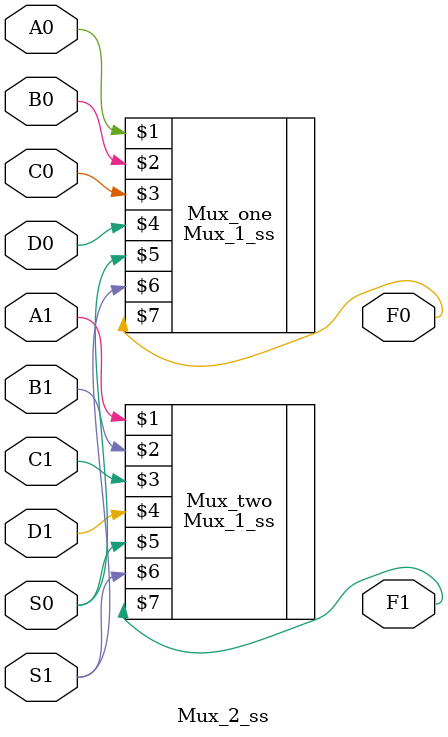
<source format=v>

`timescale 1 ns/1 ns


module Mux_2_ss(A0, A1, B0, B1, C0, C1, D0, D1, S0, S1, F0, F1);

	input A0, A1, B0, B1, C0, C1, D0, D1;
	input S0, S1;
	output F0, F1;
	wire F0, F1;

	Mux_1_ss Mux_one(A0, B0, C0, D0, S0, S1, F0);
	Mux_1_ss Mux_two(A1, B1, C1, D1, S0, S1, F1);

endmodule
</source>
